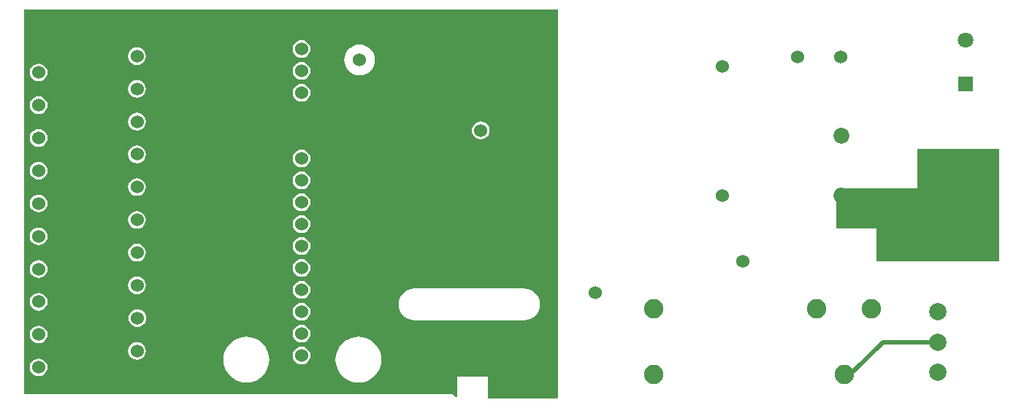
<source format=gbl>
G04*
G04 #@! TF.GenerationSoftware,Altium Limited,Altium Designer,20.0.14 (345)*
G04*
G04 Layer_Physical_Order=2*
G04 Layer_Color=16711680*
%FSLAX25Y25*%
%MOIN*%
G70*
G01*
G75*
%ADD35C,0.02000*%
%ADD37C,0.06000*%
%ADD38R,0.07087X0.07087*%
%ADD39C,0.07087*%
%ADD40C,0.07874*%
%ADD41C,0.07284*%
%ADD42C,0.08858*%
%ADD43C,0.05000*%
G36*
X245500Y2000D02*
X245538Y1962D01*
X245347Y1500D01*
X213500D01*
Y11500D01*
X199500D01*
Y2153D01*
X199038Y1962D01*
X197500Y3500D01*
X2000D01*
Y179000D01*
X245500D01*
Y2000D01*
D02*
G37*
G36*
X447000Y64000D02*
X391000Y64000D01*
X391000Y79000D01*
X372500Y79000D01*
X372500Y97000D01*
X373000Y97500D01*
X409500D01*
Y115500D01*
X447000D01*
Y64000D01*
D02*
G37*
%LPC*%
G36*
X128500Y165034D02*
X127456Y164897D01*
X126483Y164494D01*
X125647Y163853D01*
X125006Y163017D01*
X124603Y162044D01*
X124466Y161000D01*
X124603Y159956D01*
X125006Y158983D01*
X125647Y158147D01*
X126483Y157506D01*
X127456Y157103D01*
X128500Y156965D01*
X129544Y157103D01*
X130517Y157506D01*
X131353Y158147D01*
X131994Y158983D01*
X132397Y159956D01*
X132535Y161000D01*
X132397Y162044D01*
X131994Y163017D01*
X131353Y163853D01*
X130517Y164494D01*
X129544Y164897D01*
X128500Y165034D01*
D02*
G37*
G36*
X53382Y161818D02*
X52338Y161680D01*
X51365Y161277D01*
X50529Y160636D01*
X49888Y159801D01*
X49485Y158828D01*
X49347Y157783D01*
X49485Y156739D01*
X49888Y155766D01*
X50529Y154931D01*
X51365Y154289D01*
X52338Y153886D01*
X53382Y153749D01*
X54426Y153886D01*
X55399Y154289D01*
X56235Y154931D01*
X56876Y155766D01*
X57279Y156739D01*
X57416Y157783D01*
X57279Y158828D01*
X56876Y159801D01*
X56235Y160636D01*
X55399Y161277D01*
X54426Y161680D01*
X53382Y161818D01*
D02*
G37*
G36*
X155000Y163034D02*
X153628Y162899D01*
X152308Y162498D01*
X151092Y161848D01*
X150026Y160974D01*
X149152Y159908D01*
X148502Y158692D01*
X148101Y157372D01*
X147966Y156000D01*
X148101Y154628D01*
X148502Y153308D01*
X149152Y152092D01*
X150026Y151026D01*
X151092Y150152D01*
X152308Y149502D01*
X153628Y149101D01*
X155000Y148966D01*
X156372Y149101D01*
X157692Y149502D01*
X158908Y150152D01*
X159974Y151026D01*
X160848Y152092D01*
X161498Y153308D01*
X161899Y154628D01*
X162034Y156000D01*
X161899Y157372D01*
X161498Y158692D01*
X160848Y159908D01*
X159974Y160974D01*
X158908Y161848D01*
X157692Y162498D01*
X156372Y162899D01*
X155000Y163034D01*
D02*
G37*
G36*
X128500Y155034D02*
X127456Y154897D01*
X126483Y154494D01*
X125647Y153853D01*
X125006Y153017D01*
X124603Y152044D01*
X124466Y151000D01*
X124603Y149956D01*
X125006Y148983D01*
X125647Y148147D01*
X126483Y147506D01*
X127456Y147103D01*
X128500Y146966D01*
X129544Y147103D01*
X130517Y147506D01*
X131353Y148147D01*
X131994Y148983D01*
X132397Y149956D01*
X132535Y151000D01*
X132397Y152044D01*
X131994Y153017D01*
X131353Y153853D01*
X130517Y154494D01*
X129544Y154897D01*
X128500Y155034D01*
D02*
G37*
G36*
X8500Y154338D02*
X7456Y154200D01*
X6483Y153797D01*
X5647Y153156D01*
X5006Y152320D01*
X4603Y151347D01*
X4465Y150303D01*
X4603Y149259D01*
X5006Y148286D01*
X5647Y147450D01*
X6483Y146809D01*
X7456Y146406D01*
X8500Y146269D01*
X9544Y146406D01*
X10517Y146809D01*
X11353Y147450D01*
X11994Y148286D01*
X12397Y149259D01*
X12535Y150303D01*
X12397Y151347D01*
X11994Y152320D01*
X11353Y153156D01*
X10517Y153797D01*
X9544Y154200D01*
X8500Y154338D01*
D02*
G37*
G36*
X53382Y146857D02*
X52338Y146720D01*
X51365Y146317D01*
X50529Y145676D01*
X49888Y144840D01*
X49485Y143867D01*
X49347Y142823D01*
X49485Y141779D01*
X49888Y140806D01*
X50529Y139970D01*
X51365Y139329D01*
X52338Y138926D01*
X53382Y138788D01*
X54426Y138926D01*
X55399Y139329D01*
X56235Y139970D01*
X56876Y140806D01*
X57279Y141779D01*
X57416Y142823D01*
X57279Y143867D01*
X56876Y144840D01*
X56235Y145676D01*
X55399Y146317D01*
X54426Y146720D01*
X53382Y146857D01*
D02*
G37*
G36*
X128500Y145035D02*
X127456Y144897D01*
X126483Y144494D01*
X125647Y143853D01*
X125006Y143017D01*
X124603Y142044D01*
X124466Y141000D01*
X124603Y139956D01*
X125006Y138983D01*
X125647Y138147D01*
X126483Y137506D01*
X127456Y137103D01*
X128500Y136966D01*
X129544Y137103D01*
X130517Y137506D01*
X131353Y138147D01*
X131994Y138983D01*
X132397Y139956D01*
X132535Y141000D01*
X132397Y142044D01*
X131994Y143017D01*
X131353Y143853D01*
X130517Y144494D01*
X129544Y144897D01*
X128500Y145035D01*
D02*
G37*
G36*
X8500Y139377D02*
X7456Y139240D01*
X6483Y138837D01*
X5647Y138195D01*
X5006Y137360D01*
X4603Y136387D01*
X4465Y135343D01*
X4603Y134298D01*
X5006Y133325D01*
X5647Y132490D01*
X6483Y131849D01*
X7456Y131446D01*
X8500Y131308D01*
X9544Y131446D01*
X10517Y131849D01*
X11353Y132490D01*
X11994Y133325D01*
X12397Y134298D01*
X12535Y135343D01*
X12397Y136387D01*
X11994Y137360D01*
X11353Y138195D01*
X10517Y138837D01*
X9544Y139240D01*
X8500Y139377D01*
D02*
G37*
G36*
X53382Y131897D02*
X52338Y131759D01*
X51365Y131356D01*
X50529Y130715D01*
X49888Y129879D01*
X49485Y128906D01*
X49347Y127862D01*
X49485Y126818D01*
X49888Y125845D01*
X50529Y125009D01*
X51365Y124368D01*
X52338Y123965D01*
X53382Y123828D01*
X54426Y123965D01*
X55399Y124368D01*
X56235Y125009D01*
X56876Y125845D01*
X57279Y126818D01*
X57416Y127862D01*
X57279Y128906D01*
X56876Y129879D01*
X56235Y130715D01*
X55399Y131356D01*
X54426Y131759D01*
X53382Y131897D01*
D02*
G37*
G36*
X210264Y127901D02*
X209220Y127763D01*
X208246Y127360D01*
X207411Y126719D01*
X206770Y125883D01*
X206367Y124910D01*
X206229Y123866D01*
X206367Y122822D01*
X206770Y121849D01*
X207411Y121013D01*
X208246Y120372D01*
X209220Y119969D01*
X210264Y119832D01*
X211308Y119969D01*
X212281Y120372D01*
X213117Y121013D01*
X213758Y121849D01*
X214161Y122822D01*
X214298Y123866D01*
X214161Y124910D01*
X213758Y125883D01*
X213117Y126719D01*
X212281Y127360D01*
X211308Y127763D01*
X210264Y127901D01*
D02*
G37*
G36*
X8500Y124416D02*
X7456Y124279D01*
X6483Y123876D01*
X5647Y123235D01*
X5006Y122399D01*
X4603Y121426D01*
X4465Y120382D01*
X4603Y119338D01*
X5006Y118365D01*
X5647Y117529D01*
X6483Y116888D01*
X7456Y116485D01*
X8500Y116347D01*
X9544Y116485D01*
X10517Y116888D01*
X11353Y117529D01*
X11994Y118365D01*
X12397Y119338D01*
X12535Y120382D01*
X12397Y121426D01*
X11994Y122399D01*
X11353Y123235D01*
X10517Y123876D01*
X9544Y124279D01*
X8500Y124416D01*
D02*
G37*
G36*
X53382Y116936D02*
X52338Y116799D01*
X51365Y116396D01*
X50529Y115754D01*
X49888Y114919D01*
X49485Y113946D01*
X49347Y112902D01*
X49485Y111857D01*
X49888Y110884D01*
X50529Y110049D01*
X51365Y109408D01*
X52338Y109004D01*
X53382Y108867D01*
X54426Y109004D01*
X55399Y109408D01*
X56235Y110049D01*
X56876Y110884D01*
X57279Y111857D01*
X57416Y112902D01*
X57279Y113946D01*
X56876Y114919D01*
X56235Y115754D01*
X55399Y116396D01*
X54426Y116799D01*
X53382Y116936D01*
D02*
G37*
G36*
X128500Y115034D02*
X127456Y114897D01*
X126483Y114494D01*
X125647Y113853D01*
X125006Y113017D01*
X124603Y112044D01*
X124466Y111000D01*
X124603Y109956D01*
X125006Y108983D01*
X125647Y108147D01*
X126483Y107506D01*
X127456Y107103D01*
X128500Y106965D01*
X129544Y107103D01*
X130517Y107506D01*
X131353Y108147D01*
X131994Y108983D01*
X132397Y109956D01*
X132535Y111000D01*
X132397Y112044D01*
X131994Y113017D01*
X131353Y113853D01*
X130517Y114494D01*
X129544Y114897D01*
X128500Y115034D01*
D02*
G37*
G36*
X8500Y109456D02*
X7456Y109318D01*
X6483Y108915D01*
X5647Y108274D01*
X5006Y107439D01*
X4603Y106465D01*
X4465Y105421D01*
X4603Y104377D01*
X5006Y103404D01*
X5647Y102568D01*
X6483Y101927D01*
X7456Y101524D01*
X8500Y101387D01*
X9544Y101524D01*
X10517Y101927D01*
X11353Y102568D01*
X11994Y103404D01*
X12397Y104377D01*
X12535Y105421D01*
X12397Y106465D01*
X11994Y107439D01*
X11353Y108274D01*
X10517Y108915D01*
X9544Y109318D01*
X8500Y109456D01*
D02*
G37*
G36*
X128500Y105034D02*
X127456Y104897D01*
X126483Y104494D01*
X125647Y103853D01*
X125006Y103017D01*
X124603Y102044D01*
X124466Y101000D01*
X124603Y99956D01*
X125006Y98983D01*
X125647Y98147D01*
X126483Y97506D01*
X127456Y97103D01*
X128500Y96965D01*
X129544Y97103D01*
X130517Y97506D01*
X131353Y98147D01*
X131994Y98983D01*
X132397Y99956D01*
X132535Y101000D01*
X132397Y102044D01*
X131994Y103017D01*
X131353Y103853D01*
X130517Y104494D01*
X129544Y104897D01*
X128500Y105034D01*
D02*
G37*
G36*
X53382Y101976D02*
X52338Y101838D01*
X51365Y101435D01*
X50529Y100794D01*
X49888Y99958D01*
X49485Y98985D01*
X49347Y97941D01*
X49485Y96897D01*
X49888Y95924D01*
X50529Y95088D01*
X51365Y94447D01*
X52338Y94044D01*
X53382Y93906D01*
X54426Y94044D01*
X55399Y94447D01*
X56235Y95088D01*
X56876Y95924D01*
X57279Y96897D01*
X57416Y97941D01*
X57279Y98985D01*
X56876Y99958D01*
X56235Y100794D01*
X55399Y101435D01*
X54426Y101838D01*
X53382Y101976D01*
D02*
G37*
G36*
X128500Y95034D02*
X127456Y94897D01*
X126483Y94494D01*
X125647Y93853D01*
X125006Y93017D01*
X124603Y92044D01*
X124466Y91000D01*
X124603Y89956D01*
X125006Y88983D01*
X125647Y88147D01*
X126483Y87506D01*
X127456Y87103D01*
X128500Y86966D01*
X129544Y87103D01*
X130517Y87506D01*
X131353Y88147D01*
X131994Y88983D01*
X132397Y89956D01*
X132535Y91000D01*
X132397Y92044D01*
X131994Y93017D01*
X131353Y93853D01*
X130517Y94494D01*
X129544Y94897D01*
X128500Y95034D01*
D02*
G37*
G36*
X8500Y94495D02*
X7456Y94358D01*
X6483Y93955D01*
X5647Y93313D01*
X5006Y92478D01*
X4603Y91505D01*
X4465Y90461D01*
X4603Y89416D01*
X5006Y88443D01*
X5647Y87608D01*
X6483Y86967D01*
X7456Y86564D01*
X8500Y86426D01*
X9544Y86564D01*
X10517Y86967D01*
X11353Y87608D01*
X11994Y88443D01*
X12397Y89416D01*
X12535Y90461D01*
X12397Y91505D01*
X11994Y92478D01*
X11353Y93313D01*
X10517Y93955D01*
X9544Y94358D01*
X8500Y94495D01*
D02*
G37*
G36*
X53382Y87015D02*
X52338Y86877D01*
X51365Y86474D01*
X50529Y85833D01*
X49888Y84998D01*
X49485Y84025D01*
X49347Y82980D01*
X49485Y81936D01*
X49888Y80963D01*
X50529Y80128D01*
X51365Y79486D01*
X52338Y79083D01*
X53382Y78946D01*
X54426Y79083D01*
X55399Y79486D01*
X56235Y80128D01*
X56876Y80963D01*
X57279Y81936D01*
X57416Y82980D01*
X57279Y84025D01*
X56876Y84998D01*
X56235Y85833D01*
X55399Y86474D01*
X54426Y86877D01*
X53382Y87015D01*
D02*
G37*
G36*
X128500Y85035D02*
X127456Y84897D01*
X126483Y84494D01*
X125647Y83853D01*
X125006Y83017D01*
X124603Y82044D01*
X124466Y81000D01*
X124603Y79956D01*
X125006Y78983D01*
X125647Y78147D01*
X126483Y77506D01*
X127456Y77103D01*
X128500Y76965D01*
X129544Y77103D01*
X130517Y77506D01*
X131353Y78147D01*
X131994Y78983D01*
X132397Y79956D01*
X132535Y81000D01*
X132397Y82044D01*
X131994Y83017D01*
X131353Y83853D01*
X130517Y84494D01*
X129544Y84897D01*
X128500Y85035D01*
D02*
G37*
G36*
X8500Y79535D02*
X7456Y79397D01*
X6483Y78994D01*
X5647Y78353D01*
X5006Y77517D01*
X4603Y76544D01*
X4465Y75500D01*
X4603Y74456D01*
X5006Y73483D01*
X5647Y72647D01*
X6483Y72006D01*
X7456Y71603D01*
X8500Y71465D01*
X9544Y71603D01*
X10517Y72006D01*
X11353Y72647D01*
X11994Y73483D01*
X12397Y74456D01*
X12535Y75500D01*
X12397Y76544D01*
X11994Y77517D01*
X11353Y78353D01*
X10517Y78994D01*
X9544Y79397D01*
X8500Y79535D01*
D02*
G37*
G36*
X128500Y75034D02*
X127456Y74897D01*
X126483Y74494D01*
X125647Y73853D01*
X125006Y73017D01*
X124603Y72044D01*
X124466Y71000D01*
X124603Y69956D01*
X125006Y68983D01*
X125647Y68147D01*
X126483Y67506D01*
X127456Y67103D01*
X128500Y66966D01*
X129544Y67103D01*
X130517Y67506D01*
X131353Y68147D01*
X131994Y68983D01*
X132397Y69956D01*
X132535Y71000D01*
X132397Y72044D01*
X131994Y73017D01*
X131353Y73853D01*
X130517Y74494D01*
X129544Y74897D01*
X128500Y75034D01*
D02*
G37*
G36*
X53382Y72054D02*
X52338Y71917D01*
X51365Y71514D01*
X50529Y70872D01*
X49888Y70037D01*
X49485Y69064D01*
X49347Y68020D01*
X49485Y66975D01*
X49888Y66002D01*
X50529Y65167D01*
X51365Y64526D01*
X52338Y64123D01*
X53382Y63985D01*
X54426Y64123D01*
X55399Y64526D01*
X56235Y65167D01*
X56876Y66002D01*
X57279Y66975D01*
X57416Y68020D01*
X57279Y69064D01*
X56876Y70037D01*
X56235Y70872D01*
X55399Y71514D01*
X54426Y71917D01*
X53382Y72054D01*
D02*
G37*
G36*
X128500Y65035D02*
X127456Y64897D01*
X126483Y64494D01*
X125647Y63853D01*
X125006Y63017D01*
X124603Y62044D01*
X124466Y61000D01*
X124603Y59956D01*
X125006Y58983D01*
X125647Y58147D01*
X126483Y57506D01*
X127456Y57103D01*
X128500Y56966D01*
X129544Y57103D01*
X130517Y57506D01*
X131353Y58147D01*
X131994Y58983D01*
X132397Y59956D01*
X132535Y61000D01*
X132397Y62044D01*
X131994Y63017D01*
X131353Y63853D01*
X130517Y64494D01*
X129544Y64897D01*
X128500Y65035D01*
D02*
G37*
G36*
X8500Y64574D02*
X7456Y64436D01*
X6483Y64033D01*
X5647Y63392D01*
X5006Y62557D01*
X4603Y61584D01*
X4465Y60539D01*
X4603Y59495D01*
X5006Y58522D01*
X5647Y57687D01*
X6483Y57045D01*
X7456Y56642D01*
X8500Y56505D01*
X9544Y56642D01*
X10517Y57045D01*
X11353Y57687D01*
X11994Y58522D01*
X12397Y59495D01*
X12535Y60539D01*
X12397Y61584D01*
X11994Y62557D01*
X11353Y63392D01*
X10517Y64033D01*
X9544Y64436D01*
X8500Y64574D01*
D02*
G37*
G36*
X53382Y57094D02*
X52338Y56956D01*
X51365Y56553D01*
X50529Y55912D01*
X49888Y55076D01*
X49485Y54103D01*
X49347Y53059D01*
X49485Y52015D01*
X49888Y51042D01*
X50529Y50206D01*
X51365Y49565D01*
X52338Y49162D01*
X53382Y49025D01*
X54426Y49162D01*
X55399Y49565D01*
X56235Y50206D01*
X56876Y51042D01*
X57279Y52015D01*
X57416Y53059D01*
X57279Y54103D01*
X56876Y55076D01*
X56235Y55912D01*
X55399Y56553D01*
X54426Y56956D01*
X53382Y57094D01*
D02*
G37*
G36*
X128500Y55035D02*
X127456Y54897D01*
X126483Y54494D01*
X125647Y53853D01*
X125006Y53017D01*
X124603Y52044D01*
X124466Y51000D01*
X124603Y49956D01*
X125006Y48983D01*
X125647Y48147D01*
X126483Y47506D01*
X127456Y47103D01*
X128500Y46966D01*
X129544Y47103D01*
X130517Y47506D01*
X131353Y48147D01*
X131994Y48983D01*
X132397Y49956D01*
X132535Y51000D01*
X132397Y52044D01*
X131994Y53017D01*
X131353Y53853D01*
X130517Y54494D01*
X129544Y54897D01*
X128500Y55035D01*
D02*
G37*
G36*
X8500Y49613D02*
X7456Y49476D01*
X6483Y49073D01*
X5647Y48432D01*
X5006Y47596D01*
X4603Y46623D01*
X4465Y45579D01*
X4603Y44535D01*
X5006Y43562D01*
X5647Y42726D01*
X6483Y42085D01*
X7456Y41682D01*
X8500Y41544D01*
X9544Y41682D01*
X10517Y42085D01*
X11353Y42726D01*
X11994Y43562D01*
X12397Y44535D01*
X12535Y45579D01*
X12397Y46623D01*
X11994Y47596D01*
X11353Y48432D01*
X10517Y49073D01*
X9544Y49476D01*
X8500Y49613D01*
D02*
G37*
G36*
X230025Y51693D02*
X180025D01*
X178603Y51553D01*
X177237Y51139D01*
X175977Y50465D01*
X174873Y49559D01*
X173967Y48455D01*
X173294Y47196D01*
X172880Y45829D01*
X172740Y44408D01*
X172880Y42987D01*
X173294Y41620D01*
X173967Y40361D01*
X174873Y39257D01*
X175977Y38351D01*
X177237Y37677D01*
X178603Y37263D01*
X180025Y37123D01*
X230025D01*
X231446Y37263D01*
X232813Y37677D01*
X234072Y38351D01*
X235176Y39257D01*
X236082Y40361D01*
X236755Y41620D01*
X237170Y42987D01*
X237310Y44408D01*
X237170Y45829D01*
X236755Y47196D01*
X236082Y48455D01*
X235176Y49559D01*
X234072Y50465D01*
X232813Y51139D01*
X231446Y51553D01*
X230025Y51693D01*
D02*
G37*
G36*
X128500Y45035D02*
X127456Y44897D01*
X126483Y44494D01*
X125647Y43853D01*
X125006Y43017D01*
X124603Y42044D01*
X124466Y41000D01*
X124603Y39956D01*
X125006Y38983D01*
X125647Y38147D01*
X126483Y37506D01*
X127456Y37103D01*
X128500Y36966D01*
X129544Y37103D01*
X130517Y37506D01*
X131353Y38147D01*
X131994Y38983D01*
X132397Y39956D01*
X132535Y41000D01*
X132397Y42044D01*
X131994Y43017D01*
X131353Y43853D01*
X130517Y44494D01*
X129544Y44897D01*
X128500Y45035D01*
D02*
G37*
G36*
X53594Y42133D02*
X52550Y41995D01*
X51577Y41592D01*
X50742Y40951D01*
X50100Y40116D01*
X49697Y39143D01*
X49560Y38098D01*
X49697Y37054D01*
X50100Y36081D01*
X50742Y35246D01*
X51577Y34604D01*
X52550Y34201D01*
X53594Y34064D01*
X54639Y34201D01*
X55612Y34604D01*
X56447Y35246D01*
X57089Y36081D01*
X57491Y37054D01*
X57629Y38098D01*
X57491Y39143D01*
X57089Y40116D01*
X56447Y40951D01*
X55612Y41592D01*
X54639Y41995D01*
X53594Y42133D01*
D02*
G37*
G36*
X128500Y35034D02*
X127456Y34897D01*
X126483Y34494D01*
X125647Y33853D01*
X125006Y33017D01*
X124603Y32044D01*
X124466Y31000D01*
X124603Y29956D01*
X125006Y28983D01*
X125647Y28147D01*
X126483Y27506D01*
X127456Y27103D01*
X128500Y26965D01*
X129544Y27103D01*
X130517Y27506D01*
X131353Y28147D01*
X131994Y28983D01*
X132397Y29956D01*
X132535Y31000D01*
X132397Y32044D01*
X131994Y33017D01*
X131353Y33853D01*
X130517Y34494D01*
X129544Y34897D01*
X128500Y35034D01*
D02*
G37*
G36*
X8500Y34653D02*
X7456Y34515D01*
X6483Y34112D01*
X5647Y33471D01*
X5006Y32635D01*
X4603Y31662D01*
X4465Y30618D01*
X4603Y29574D01*
X5006Y28601D01*
X5647Y27765D01*
X6483Y27124D01*
X7456Y26721D01*
X8500Y26584D01*
X9544Y26721D01*
X10517Y27124D01*
X11353Y27765D01*
X11994Y28601D01*
X12397Y29574D01*
X12535Y30618D01*
X12397Y31662D01*
X11994Y32635D01*
X11353Y33471D01*
X10517Y34112D01*
X9544Y34515D01*
X8500Y34653D01*
D02*
G37*
G36*
X53382Y27172D02*
X52338Y27035D01*
X51365Y26632D01*
X50529Y25991D01*
X49888Y25155D01*
X49485Y24182D01*
X49347Y23138D01*
X49485Y22094D01*
X49888Y21121D01*
X50529Y20285D01*
X51365Y19644D01*
X52338Y19241D01*
X53382Y19103D01*
X54426Y19241D01*
X55399Y19644D01*
X56235Y20285D01*
X56876Y21121D01*
X57279Y22094D01*
X57416Y23138D01*
X57279Y24182D01*
X56876Y25155D01*
X56235Y25991D01*
X55399Y26632D01*
X54426Y27035D01*
X53382Y27172D01*
D02*
G37*
G36*
X128500Y25034D02*
X127456Y24897D01*
X126483Y24494D01*
X125647Y23853D01*
X125006Y23017D01*
X124603Y22044D01*
X124466Y21000D01*
X124603Y19956D01*
X125006Y18983D01*
X125647Y18147D01*
X126483Y17506D01*
X127456Y17103D01*
X128500Y16965D01*
X129544Y17103D01*
X130517Y17506D01*
X131353Y18147D01*
X131994Y18983D01*
X132397Y19956D01*
X132535Y21000D01*
X132397Y22044D01*
X131994Y23017D01*
X131353Y23853D01*
X130517Y24494D01*
X129544Y24897D01*
X128500Y25034D01*
D02*
G37*
G36*
X8500Y19692D02*
X7456Y19555D01*
X6483Y19151D01*
X5647Y18510D01*
X5006Y17675D01*
X4603Y16702D01*
X4465Y15657D01*
X4603Y14613D01*
X5006Y13640D01*
X5647Y12805D01*
X6483Y12163D01*
X7456Y11760D01*
X8500Y11623D01*
X9544Y11760D01*
X10517Y12163D01*
X11353Y12805D01*
X11994Y13640D01*
X12397Y14613D01*
X12535Y15657D01*
X12397Y16702D01*
X11994Y17675D01*
X11353Y18510D01*
X10517Y19151D01*
X9544Y19555D01*
X8500Y19692D01*
D02*
G37*
G36*
X154500Y29615D02*
X152860Y29486D01*
X151261Y29102D01*
X149742Y28473D01*
X148339Y27613D01*
X147089Y26545D01*
X146021Y25294D01*
X145161Y23892D01*
X144532Y22373D01*
X144148Y20773D01*
X144019Y19134D01*
X144148Y17494D01*
X144532Y15895D01*
X145161Y14376D01*
X146021Y12973D01*
X147089Y11722D01*
X148339Y10654D01*
X149742Y9795D01*
X151261Y9166D01*
X152860Y8782D01*
X154500Y8653D01*
X156140Y8782D01*
X157739Y9166D01*
X159258Y9795D01*
X160661Y10654D01*
X161911Y11722D01*
X162979Y12973D01*
X163839Y14376D01*
X164468Y15895D01*
X164852Y17494D01*
X164981Y19134D01*
X164852Y20773D01*
X164468Y22373D01*
X163839Y23892D01*
X162979Y25294D01*
X161911Y26545D01*
X160661Y27613D01*
X159258Y28473D01*
X157739Y29102D01*
X156140Y29486D01*
X154500Y29615D01*
D02*
G37*
G36*
X103319D02*
X101679Y29486D01*
X100080Y29102D01*
X98561Y28473D01*
X97158Y27613D01*
X95908Y26545D01*
X94840Y25294D01*
X93980Y23892D01*
X93351Y22373D01*
X92967Y20773D01*
X92838Y19134D01*
X92967Y17494D01*
X93351Y15895D01*
X93980Y14376D01*
X94840Y12973D01*
X95908Y11722D01*
X97158Y10654D01*
X98561Y9795D01*
X100080Y9166D01*
X101679Y8782D01*
X103319Y8653D01*
X104958Y8782D01*
X106558Y9166D01*
X108077Y9795D01*
X109479Y10654D01*
X110730Y11722D01*
X111798Y12973D01*
X112658Y14376D01*
X113287Y15895D01*
X113671Y17494D01*
X113800Y19134D01*
X113671Y20773D01*
X113287Y22373D01*
X112658Y23892D01*
X111798Y25294D01*
X110730Y26545D01*
X109479Y27613D01*
X108077Y28473D01*
X106558Y29102D01*
X104958Y29486D01*
X103319Y29615D01*
D02*
G37*
%LPD*%
D35*
X393721Y27220D02*
X419000D01*
X376098Y12500D02*
X377411Y13812D01*
X380312D02*
X393721Y27220D01*
X377411Y13812D02*
X380312D01*
D37*
X155000Y156000D02*
D03*
X330000Y64000D02*
D03*
X128500Y161000D02*
D03*
Y151000D02*
D03*
Y141000D02*
D03*
Y21000D02*
D03*
Y31000D02*
D03*
Y41000D02*
D03*
Y51000D02*
D03*
Y61000D02*
D03*
Y71000D02*
D03*
Y81000D02*
D03*
Y91000D02*
D03*
Y101000D02*
D03*
Y111000D02*
D03*
Y121000D02*
D03*
Y131000D02*
D03*
X8500Y15657D02*
D03*
Y30618D02*
D03*
Y45579D02*
D03*
Y60539D02*
D03*
Y75500D02*
D03*
Y90461D02*
D03*
Y105421D02*
D03*
Y120382D02*
D03*
Y135343D02*
D03*
X53382Y23138D02*
D03*
X53594Y38098D02*
D03*
X53382Y53059D02*
D03*
Y68020D02*
D03*
Y82980D02*
D03*
Y97941D02*
D03*
Y112902D02*
D03*
Y127862D02*
D03*
X8500Y150303D02*
D03*
X53382Y142823D02*
D03*
Y157783D02*
D03*
X262588Y49637D02*
D03*
X320500Y93945D02*
D03*
Y153000D02*
D03*
X210264Y93945D02*
D03*
Y123866D02*
D03*
X354815Y157500D02*
D03*
X374500D02*
D03*
D38*
X431500Y145000D02*
D03*
Y81000D02*
D03*
D39*
Y165000D02*
D03*
Y101000D02*
D03*
D40*
X419000Y13441D02*
D03*
Y27220D02*
D03*
Y41000D02*
D03*
D41*
X375000Y94000D02*
D03*
Y121559D02*
D03*
D42*
X289090Y42500D02*
D03*
X363500D02*
D03*
X388697D02*
D03*
X376098Y12500D02*
D03*
X289090D02*
D03*
D43*
X229500Y14500D02*
D03*
M02*

</source>
